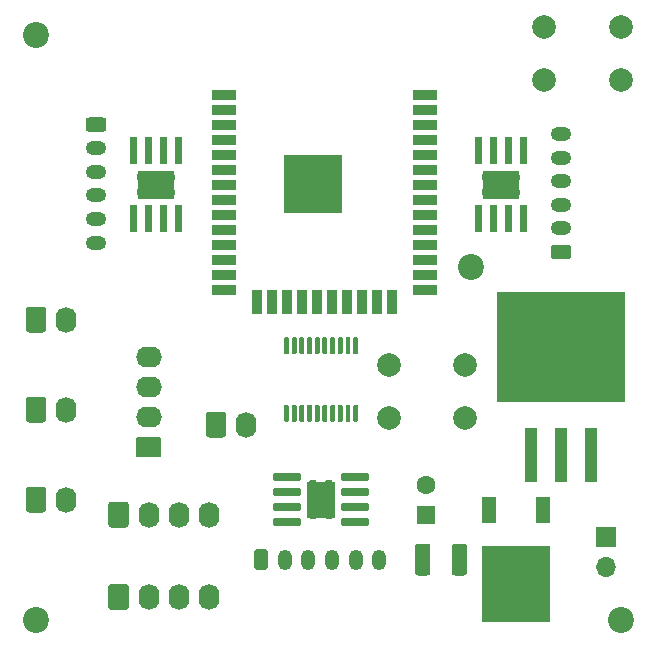
<source format=gbr>
%TF.GenerationSoftware,KiCad,Pcbnew,5.1.9+dfsg1-1*%
%TF.CreationDate,2021-08-08T23:21:56+02:00*%
%TF.ProjectId,holobot_esp32,686f6c6f-626f-4745-9f65-737033322e6b,rev?*%
%TF.SameCoordinates,Original*%
%TF.FileFunction,Soldermask,Top*%
%TF.FilePolarity,Negative*%
%FSLAX46Y46*%
G04 Gerber Fmt 4.6, Leading zero omitted, Abs format (unit mm)*
G04 Created by KiCad (PCBNEW 5.1.9+dfsg1-1) date 2021-08-08 23:21:56*
%MOMM*%
%LPD*%
G01*
G04 APERTURE LIST*
%ADD10C,2.200000*%
%ADD11R,1.200000X2.200000*%
%ADD12R,5.800000X6.400000*%
%ADD13O,1.740000X2.190000*%
%ADD14O,2.190000X1.740000*%
%ADD15R,1.700000X1.700000*%
%ADD16O,1.700000X1.700000*%
%ADD17O,1.750000X1.200000*%
%ADD18O,1.200000X1.750000*%
%ADD19C,2.000000*%
%ADD20R,5.000000X5.000000*%
%ADD21R,2.000000X0.900000*%
%ADD22R,0.900000X2.000000*%
%ADD23R,1.100000X4.600000*%
%ADD24R,10.800000X9.400000*%
%ADD25R,3.100000X2.400000*%
%ADD26C,0.770000*%
%ADD27R,2.400000X3.100000*%
%ADD28R,1.600000X1.600000*%
%ADD29C,1.600000*%
G04 APERTURE END LIST*
D10*
%TO.C, *%
X127000000Y-93345000D03*
%TD*%
%TO.C, *%
X90170000Y-73660000D03*
%TD*%
%TO.C,REF\u002A\u002A*%
X90170000Y-123190000D03*
%TD*%
%TO.C, *%
X139700000Y-123190000D03*
%TD*%
D11*
%TO.C,D1*%
X133090000Y-113910000D03*
X128530000Y-113910000D03*
D12*
X130810000Y-120210000D03*
%TD*%
D13*
%TO.C,I2C*%
X104775000Y-121285000D03*
X102235000Y-121285000D03*
X99695000Y-121285000D03*
G36*
G01*
X96285000Y-122130001D02*
X96285000Y-120439999D01*
G75*
G02*
X96534999Y-120190000I249999J0D01*
G01*
X97775001Y-120190000D01*
G75*
G02*
X98025000Y-120439999I0J-249999D01*
G01*
X98025000Y-122130001D01*
G75*
G02*
X97775001Y-122380000I-249999J0D01*
G01*
X96534999Y-122380000D01*
G75*
G02*
X96285000Y-122130001I0J249999D01*
G01*
G37*
%TD*%
%TO.C,I2C*%
G36*
G01*
X96285000Y-115145001D02*
X96285000Y-113454999D01*
G75*
G02*
X96534999Y-113205000I249999J0D01*
G01*
X97775001Y-113205000D01*
G75*
G02*
X98025000Y-113454999I0J-249999D01*
G01*
X98025000Y-115145001D01*
G75*
G02*
X97775001Y-115395000I-249999J0D01*
G01*
X96534999Y-115395000D01*
G75*
G02*
X96285000Y-115145001I0J249999D01*
G01*
G37*
X99695000Y-114300000D03*
X102235000Y-114300000D03*
X104775000Y-114300000D03*
%TD*%
%TO.C,UART*%
G36*
G01*
X100540001Y-109455000D02*
X98849999Y-109455000D01*
G75*
G02*
X98600000Y-109205001I0J249999D01*
G01*
X98600000Y-107964999D01*
G75*
G02*
X98849999Y-107715000I249999J0D01*
G01*
X100540001Y-107715000D01*
G75*
G02*
X100790000Y-107964999I0J-249999D01*
G01*
X100790000Y-109205001D01*
G75*
G02*
X100540001Y-109455000I-249999J0D01*
G01*
G37*
D14*
X99695000Y-106045000D03*
X99695000Y-103505000D03*
X99695000Y-100965000D03*
%TD*%
D13*
%TO.C,GPIO1*%
X92710000Y-97790000D03*
G36*
G01*
X89300000Y-98635001D02*
X89300000Y-96944999D01*
G75*
G02*
X89549999Y-96695000I249999J0D01*
G01*
X90790001Y-96695000D01*
G75*
G02*
X91040000Y-96944999I0J-249999D01*
G01*
X91040000Y-98635001D01*
G75*
G02*
X90790001Y-98885000I-249999J0D01*
G01*
X89549999Y-98885000D01*
G75*
G02*
X89300000Y-98635001I0J249999D01*
G01*
G37*
%TD*%
%TO.C,GPIO3*%
X92710000Y-113030000D03*
G36*
G01*
X89300000Y-113875001D02*
X89300000Y-112184999D01*
G75*
G02*
X89549999Y-111935000I249999J0D01*
G01*
X90790001Y-111935000D01*
G75*
G02*
X91040000Y-112184999I0J-249999D01*
G01*
X91040000Y-113875001D01*
G75*
G02*
X90790001Y-114125000I-249999J0D01*
G01*
X89549999Y-114125000D01*
G75*
G02*
X89300000Y-113875001I0J249999D01*
G01*
G37*
%TD*%
D15*
%TO.C,POWER*%
X138430000Y-116205000D03*
D16*
X138430000Y-118745000D03*
%TD*%
%TO.C,GPIO2*%
G36*
G01*
X89300000Y-106255001D02*
X89300000Y-104564999D01*
G75*
G02*
X89549999Y-104315000I249999J0D01*
G01*
X90790001Y-104315000D01*
G75*
G02*
X91040000Y-104564999I0J-249999D01*
G01*
X91040000Y-106255001D01*
G75*
G02*
X90790001Y-106505000I-249999J0D01*
G01*
X89549999Y-106505000D01*
G75*
G02*
X89300000Y-106255001I0J249999D01*
G01*
G37*
D13*
X92710000Y-105410000D03*
%TD*%
%TO.C,GPIO 4*%
G36*
G01*
X104540000Y-107525001D02*
X104540000Y-105834999D01*
G75*
G02*
X104789999Y-105585000I249999J0D01*
G01*
X106030001Y-105585000D01*
G75*
G02*
X106280000Y-105834999I0J-249999D01*
G01*
X106280000Y-107525001D01*
G75*
G02*
X106030001Y-107775000I-249999J0D01*
G01*
X104789999Y-107775000D01*
G75*
G02*
X104540000Y-107525001I0J249999D01*
G01*
G37*
X107950000Y-106680000D03*
%TD*%
%TO.C,MOTOR 1*%
G36*
G01*
X94624999Y-80680000D02*
X95875001Y-80680000D01*
G75*
G02*
X96125000Y-80929999I0J-249999D01*
G01*
X96125000Y-81630001D01*
G75*
G02*
X95875001Y-81880000I-249999J0D01*
G01*
X94624999Y-81880000D01*
G75*
G02*
X94375000Y-81630001I0J249999D01*
G01*
X94375000Y-80929999D01*
G75*
G02*
X94624999Y-80680000I249999J0D01*
G01*
G37*
D17*
X95250000Y-83280000D03*
X95250000Y-85280000D03*
X95250000Y-87280000D03*
X95250000Y-89280000D03*
X95250000Y-91280000D03*
%TD*%
%TO.C,MOTOR 3*%
X134620000Y-82075000D03*
X134620000Y-84075000D03*
X134620000Y-86075000D03*
X134620000Y-88075000D03*
X134620000Y-90075000D03*
G36*
G01*
X135245001Y-92675000D02*
X133994999Y-92675000D01*
G75*
G02*
X133745000Y-92425001I0J249999D01*
G01*
X133745000Y-91724999D01*
G75*
G02*
X133994999Y-91475000I249999J0D01*
G01*
X135245001Y-91475000D01*
G75*
G02*
X135495000Y-91724999I0J-249999D01*
G01*
X135495000Y-92425001D01*
G75*
G02*
X135245001Y-92675000I-249999J0D01*
G01*
G37*
%TD*%
%TO.C,MOTOR2*%
G36*
G01*
X108620000Y-118735001D02*
X108620000Y-117484999D01*
G75*
G02*
X108869999Y-117235000I249999J0D01*
G01*
X109570001Y-117235000D01*
G75*
G02*
X109820000Y-117484999I0J-249999D01*
G01*
X109820000Y-118735001D01*
G75*
G02*
X109570001Y-118985000I-249999J0D01*
G01*
X108869999Y-118985000D01*
G75*
G02*
X108620000Y-118735001I0J249999D01*
G01*
G37*
D18*
X111220000Y-118110000D03*
X113220000Y-118110000D03*
X115220000Y-118110000D03*
X117220000Y-118110000D03*
X119220000Y-118110000D03*
%TD*%
D19*
%TO.C,RESET*%
X139700000Y-73025000D03*
X139700000Y-77525000D03*
X133200000Y-73025000D03*
X133200000Y-77525000D03*
%TD*%
%TO.C,BOOT*%
X120015000Y-106100000D03*
X120015000Y-101600000D03*
X126515000Y-106100000D03*
X126515000Y-101600000D03*
%TD*%
D20*
%TO.C,U1*%
X113605001Y-86310001D03*
D21*
X106105001Y-78810001D03*
X106105001Y-80080001D03*
X106105001Y-81350001D03*
X106105001Y-82620001D03*
X106105001Y-83890001D03*
X106105001Y-85160001D03*
X106105001Y-86430001D03*
X106105001Y-87700001D03*
X106105001Y-88970001D03*
X106105001Y-90240001D03*
X106105001Y-91510001D03*
X106105001Y-92780001D03*
X106105001Y-94050001D03*
X106105001Y-95320001D03*
D22*
X108890001Y-96320001D03*
X110160001Y-96320001D03*
X111430001Y-96320001D03*
X112700001Y-96320001D03*
X113970001Y-96320001D03*
X115240001Y-96320001D03*
X116510001Y-96320001D03*
X117780001Y-96320001D03*
X119050001Y-96320001D03*
X120320001Y-96320001D03*
D21*
X123105001Y-95320001D03*
X123105001Y-94050001D03*
X123105001Y-92780001D03*
X123105001Y-91510001D03*
X123105001Y-90240001D03*
X123105001Y-88970001D03*
X123105001Y-87700001D03*
X123105001Y-86430001D03*
X123105001Y-85160001D03*
X123105001Y-83890001D03*
X123105001Y-82620001D03*
X123105001Y-81350001D03*
X123105001Y-80080001D03*
X123105001Y-78810001D03*
%TD*%
D23*
%TO.C,U2*%
X132080000Y-109280000D03*
X134620000Y-109280000D03*
X137160000Y-109280000D03*
D24*
X134620000Y-100130000D03*
%TD*%
%TO.C,U3*%
G36*
G01*
X117125000Y-99270000D02*
X117325000Y-99270000D01*
G75*
G02*
X117425000Y-99370000I0J-100000D01*
G01*
X117425000Y-100645000D01*
G75*
G02*
X117325000Y-100745000I-100000J0D01*
G01*
X117125000Y-100745000D01*
G75*
G02*
X117025000Y-100645000I0J100000D01*
G01*
X117025000Y-99370000D01*
G75*
G02*
X117125000Y-99270000I100000J0D01*
G01*
G37*
G36*
G01*
X116475000Y-99270000D02*
X116675000Y-99270000D01*
G75*
G02*
X116775000Y-99370000I0J-100000D01*
G01*
X116775000Y-100645000D01*
G75*
G02*
X116675000Y-100745000I-100000J0D01*
G01*
X116475000Y-100745000D01*
G75*
G02*
X116375000Y-100645000I0J100000D01*
G01*
X116375000Y-99370000D01*
G75*
G02*
X116475000Y-99270000I100000J0D01*
G01*
G37*
G36*
G01*
X115825000Y-99270000D02*
X116025000Y-99270000D01*
G75*
G02*
X116125000Y-99370000I0J-100000D01*
G01*
X116125000Y-100645000D01*
G75*
G02*
X116025000Y-100745000I-100000J0D01*
G01*
X115825000Y-100745000D01*
G75*
G02*
X115725000Y-100645000I0J100000D01*
G01*
X115725000Y-99370000D01*
G75*
G02*
X115825000Y-99270000I100000J0D01*
G01*
G37*
G36*
G01*
X115175000Y-99270000D02*
X115375000Y-99270000D01*
G75*
G02*
X115475000Y-99370000I0J-100000D01*
G01*
X115475000Y-100645000D01*
G75*
G02*
X115375000Y-100745000I-100000J0D01*
G01*
X115175000Y-100745000D01*
G75*
G02*
X115075000Y-100645000I0J100000D01*
G01*
X115075000Y-99370000D01*
G75*
G02*
X115175000Y-99270000I100000J0D01*
G01*
G37*
G36*
G01*
X114525000Y-99270000D02*
X114725000Y-99270000D01*
G75*
G02*
X114825000Y-99370000I0J-100000D01*
G01*
X114825000Y-100645000D01*
G75*
G02*
X114725000Y-100745000I-100000J0D01*
G01*
X114525000Y-100745000D01*
G75*
G02*
X114425000Y-100645000I0J100000D01*
G01*
X114425000Y-99370000D01*
G75*
G02*
X114525000Y-99270000I100000J0D01*
G01*
G37*
G36*
G01*
X113875000Y-99270000D02*
X114075000Y-99270000D01*
G75*
G02*
X114175000Y-99370000I0J-100000D01*
G01*
X114175000Y-100645000D01*
G75*
G02*
X114075000Y-100745000I-100000J0D01*
G01*
X113875000Y-100745000D01*
G75*
G02*
X113775000Y-100645000I0J100000D01*
G01*
X113775000Y-99370000D01*
G75*
G02*
X113875000Y-99270000I100000J0D01*
G01*
G37*
G36*
G01*
X113225000Y-99270000D02*
X113425000Y-99270000D01*
G75*
G02*
X113525000Y-99370000I0J-100000D01*
G01*
X113525000Y-100645000D01*
G75*
G02*
X113425000Y-100745000I-100000J0D01*
G01*
X113225000Y-100745000D01*
G75*
G02*
X113125000Y-100645000I0J100000D01*
G01*
X113125000Y-99370000D01*
G75*
G02*
X113225000Y-99270000I100000J0D01*
G01*
G37*
G36*
G01*
X112575000Y-99270000D02*
X112775000Y-99270000D01*
G75*
G02*
X112875000Y-99370000I0J-100000D01*
G01*
X112875000Y-100645000D01*
G75*
G02*
X112775000Y-100745000I-100000J0D01*
G01*
X112575000Y-100745000D01*
G75*
G02*
X112475000Y-100645000I0J100000D01*
G01*
X112475000Y-99370000D01*
G75*
G02*
X112575000Y-99270000I100000J0D01*
G01*
G37*
G36*
G01*
X111925000Y-99270000D02*
X112125000Y-99270000D01*
G75*
G02*
X112225000Y-99370000I0J-100000D01*
G01*
X112225000Y-100645000D01*
G75*
G02*
X112125000Y-100745000I-100000J0D01*
G01*
X111925000Y-100745000D01*
G75*
G02*
X111825000Y-100645000I0J100000D01*
G01*
X111825000Y-99370000D01*
G75*
G02*
X111925000Y-99270000I100000J0D01*
G01*
G37*
G36*
G01*
X111275000Y-99270000D02*
X111475000Y-99270000D01*
G75*
G02*
X111575000Y-99370000I0J-100000D01*
G01*
X111575000Y-100645000D01*
G75*
G02*
X111475000Y-100745000I-100000J0D01*
G01*
X111275000Y-100745000D01*
G75*
G02*
X111175000Y-100645000I0J100000D01*
G01*
X111175000Y-99370000D01*
G75*
G02*
X111275000Y-99270000I100000J0D01*
G01*
G37*
G36*
G01*
X111275000Y-104995000D02*
X111475000Y-104995000D01*
G75*
G02*
X111575000Y-105095000I0J-100000D01*
G01*
X111575000Y-106370000D01*
G75*
G02*
X111475000Y-106470000I-100000J0D01*
G01*
X111275000Y-106470000D01*
G75*
G02*
X111175000Y-106370000I0J100000D01*
G01*
X111175000Y-105095000D01*
G75*
G02*
X111275000Y-104995000I100000J0D01*
G01*
G37*
G36*
G01*
X111925000Y-104995000D02*
X112125000Y-104995000D01*
G75*
G02*
X112225000Y-105095000I0J-100000D01*
G01*
X112225000Y-106370000D01*
G75*
G02*
X112125000Y-106470000I-100000J0D01*
G01*
X111925000Y-106470000D01*
G75*
G02*
X111825000Y-106370000I0J100000D01*
G01*
X111825000Y-105095000D01*
G75*
G02*
X111925000Y-104995000I100000J0D01*
G01*
G37*
G36*
G01*
X112575000Y-104995000D02*
X112775000Y-104995000D01*
G75*
G02*
X112875000Y-105095000I0J-100000D01*
G01*
X112875000Y-106370000D01*
G75*
G02*
X112775000Y-106470000I-100000J0D01*
G01*
X112575000Y-106470000D01*
G75*
G02*
X112475000Y-106370000I0J100000D01*
G01*
X112475000Y-105095000D01*
G75*
G02*
X112575000Y-104995000I100000J0D01*
G01*
G37*
G36*
G01*
X113225000Y-104995000D02*
X113425000Y-104995000D01*
G75*
G02*
X113525000Y-105095000I0J-100000D01*
G01*
X113525000Y-106370000D01*
G75*
G02*
X113425000Y-106470000I-100000J0D01*
G01*
X113225000Y-106470000D01*
G75*
G02*
X113125000Y-106370000I0J100000D01*
G01*
X113125000Y-105095000D01*
G75*
G02*
X113225000Y-104995000I100000J0D01*
G01*
G37*
G36*
G01*
X113875000Y-104995000D02*
X114075000Y-104995000D01*
G75*
G02*
X114175000Y-105095000I0J-100000D01*
G01*
X114175000Y-106370000D01*
G75*
G02*
X114075000Y-106470000I-100000J0D01*
G01*
X113875000Y-106470000D01*
G75*
G02*
X113775000Y-106370000I0J100000D01*
G01*
X113775000Y-105095000D01*
G75*
G02*
X113875000Y-104995000I100000J0D01*
G01*
G37*
G36*
G01*
X114525000Y-104995000D02*
X114725000Y-104995000D01*
G75*
G02*
X114825000Y-105095000I0J-100000D01*
G01*
X114825000Y-106370000D01*
G75*
G02*
X114725000Y-106470000I-100000J0D01*
G01*
X114525000Y-106470000D01*
G75*
G02*
X114425000Y-106370000I0J100000D01*
G01*
X114425000Y-105095000D01*
G75*
G02*
X114525000Y-104995000I100000J0D01*
G01*
G37*
G36*
G01*
X115175000Y-104995000D02*
X115375000Y-104995000D01*
G75*
G02*
X115475000Y-105095000I0J-100000D01*
G01*
X115475000Y-106370000D01*
G75*
G02*
X115375000Y-106470000I-100000J0D01*
G01*
X115175000Y-106470000D01*
G75*
G02*
X115075000Y-106370000I0J100000D01*
G01*
X115075000Y-105095000D01*
G75*
G02*
X115175000Y-104995000I100000J0D01*
G01*
G37*
G36*
G01*
X115825000Y-104995000D02*
X116025000Y-104995000D01*
G75*
G02*
X116125000Y-105095000I0J-100000D01*
G01*
X116125000Y-106370000D01*
G75*
G02*
X116025000Y-106470000I-100000J0D01*
G01*
X115825000Y-106470000D01*
G75*
G02*
X115725000Y-106370000I0J100000D01*
G01*
X115725000Y-105095000D01*
G75*
G02*
X115825000Y-104995000I100000J0D01*
G01*
G37*
G36*
G01*
X116475000Y-104995000D02*
X116675000Y-104995000D01*
G75*
G02*
X116775000Y-105095000I0J-100000D01*
G01*
X116775000Y-106370000D01*
G75*
G02*
X116675000Y-106470000I-100000J0D01*
G01*
X116475000Y-106470000D01*
G75*
G02*
X116375000Y-106370000I0J100000D01*
G01*
X116375000Y-105095000D01*
G75*
G02*
X116475000Y-104995000I100000J0D01*
G01*
G37*
G36*
G01*
X117125000Y-104995000D02*
X117325000Y-104995000D01*
G75*
G02*
X117425000Y-105095000I0J-100000D01*
G01*
X117425000Y-106370000D01*
G75*
G02*
X117325000Y-106470000I-100000J0D01*
G01*
X117125000Y-106470000D01*
G75*
G02*
X117025000Y-106370000I0J100000D01*
G01*
X117025000Y-105095000D01*
G75*
G02*
X117125000Y-104995000I100000J0D01*
G01*
G37*
%TD*%
D25*
%TO.C,U4*%
X100330000Y-86360000D03*
G36*
G01*
X98675000Y-90405000D02*
X98175000Y-90405000D01*
G75*
G02*
X98105000Y-90335000I0J70000D01*
G01*
X98105000Y-88135000D01*
G75*
G02*
X98175000Y-88065000I70000J0D01*
G01*
X98675000Y-88065000D01*
G75*
G02*
X98745000Y-88135000I0J-70000D01*
G01*
X98745000Y-90335000D01*
G75*
G02*
X98675000Y-90405000I-70000J0D01*
G01*
G37*
G36*
G01*
X99945000Y-90405000D02*
X99445000Y-90405000D01*
G75*
G02*
X99375000Y-90335000I0J70000D01*
G01*
X99375000Y-88135000D01*
G75*
G02*
X99445000Y-88065000I70000J0D01*
G01*
X99945000Y-88065000D01*
G75*
G02*
X100015000Y-88135000I0J-70000D01*
G01*
X100015000Y-90335000D01*
G75*
G02*
X99945000Y-90405000I-70000J0D01*
G01*
G37*
G36*
G01*
X101215000Y-90405000D02*
X100715000Y-90405000D01*
G75*
G02*
X100645000Y-90335000I0J70000D01*
G01*
X100645000Y-88135000D01*
G75*
G02*
X100715000Y-88065000I70000J0D01*
G01*
X101215000Y-88065000D01*
G75*
G02*
X101285000Y-88135000I0J-70000D01*
G01*
X101285000Y-90335000D01*
G75*
G02*
X101215000Y-90405000I-70000J0D01*
G01*
G37*
G36*
G01*
X102485000Y-90405000D02*
X101985000Y-90405000D01*
G75*
G02*
X101915000Y-90335000I0J70000D01*
G01*
X101915000Y-88135000D01*
G75*
G02*
X101985000Y-88065000I70000J0D01*
G01*
X102485000Y-88065000D01*
G75*
G02*
X102555000Y-88135000I0J-70000D01*
G01*
X102555000Y-90335000D01*
G75*
G02*
X102485000Y-90405000I-70000J0D01*
G01*
G37*
G36*
G01*
X102485000Y-84655000D02*
X101985000Y-84655000D01*
G75*
G02*
X101915000Y-84585000I0J70000D01*
G01*
X101915000Y-82385000D01*
G75*
G02*
X101985000Y-82315000I70000J0D01*
G01*
X102485000Y-82315000D01*
G75*
G02*
X102555000Y-82385000I0J-70000D01*
G01*
X102555000Y-84585000D01*
G75*
G02*
X102485000Y-84655000I-70000J0D01*
G01*
G37*
G36*
G01*
X101215000Y-84655000D02*
X100715000Y-84655000D01*
G75*
G02*
X100645000Y-84585000I0J70000D01*
G01*
X100645000Y-82385000D01*
G75*
G02*
X100715000Y-82315000I70000J0D01*
G01*
X101215000Y-82315000D01*
G75*
G02*
X101285000Y-82385000I0J-70000D01*
G01*
X101285000Y-84585000D01*
G75*
G02*
X101215000Y-84655000I-70000J0D01*
G01*
G37*
G36*
G01*
X99945000Y-84655000D02*
X99445000Y-84655000D01*
G75*
G02*
X99375000Y-84585000I0J70000D01*
G01*
X99375000Y-82385000D01*
G75*
G02*
X99445000Y-82315000I70000J0D01*
G01*
X99945000Y-82315000D01*
G75*
G02*
X100015000Y-82385000I0J-70000D01*
G01*
X100015000Y-84585000D01*
G75*
G02*
X99945000Y-84655000I-70000J0D01*
G01*
G37*
G36*
G01*
X98675000Y-84655000D02*
X98175000Y-84655000D01*
G75*
G02*
X98105000Y-84585000I0J70000D01*
G01*
X98105000Y-82385000D01*
G75*
G02*
X98175000Y-82315000I70000J0D01*
G01*
X98675000Y-82315000D01*
G75*
G02*
X98745000Y-82385000I0J-70000D01*
G01*
X98745000Y-84585000D01*
G75*
G02*
X98675000Y-84655000I-70000J0D01*
G01*
G37*
D26*
X99030000Y-87010000D03*
X100330000Y-87010000D03*
X100330000Y-85710000D03*
X99030000Y-85710000D03*
X101630000Y-87010000D03*
X101630000Y-85710000D03*
%TD*%
%TO.C,U5*%
X128240000Y-87010000D03*
X128240000Y-85710000D03*
X130840000Y-87010000D03*
X129540000Y-87010000D03*
X129540000Y-85710000D03*
X130840000Y-85710000D03*
G36*
G01*
X131195000Y-88065000D02*
X131695000Y-88065000D01*
G75*
G02*
X131765000Y-88135000I0J-70000D01*
G01*
X131765000Y-90335000D01*
G75*
G02*
X131695000Y-90405000I-70000J0D01*
G01*
X131195000Y-90405000D01*
G75*
G02*
X131125000Y-90335000I0J70000D01*
G01*
X131125000Y-88135000D01*
G75*
G02*
X131195000Y-88065000I70000J0D01*
G01*
G37*
G36*
G01*
X129925000Y-88065000D02*
X130425000Y-88065000D01*
G75*
G02*
X130495000Y-88135000I0J-70000D01*
G01*
X130495000Y-90335000D01*
G75*
G02*
X130425000Y-90405000I-70000J0D01*
G01*
X129925000Y-90405000D01*
G75*
G02*
X129855000Y-90335000I0J70000D01*
G01*
X129855000Y-88135000D01*
G75*
G02*
X129925000Y-88065000I70000J0D01*
G01*
G37*
G36*
G01*
X128655000Y-88065000D02*
X129155000Y-88065000D01*
G75*
G02*
X129225000Y-88135000I0J-70000D01*
G01*
X129225000Y-90335000D01*
G75*
G02*
X129155000Y-90405000I-70000J0D01*
G01*
X128655000Y-90405000D01*
G75*
G02*
X128585000Y-90335000I0J70000D01*
G01*
X128585000Y-88135000D01*
G75*
G02*
X128655000Y-88065000I70000J0D01*
G01*
G37*
G36*
G01*
X127385000Y-88065000D02*
X127885000Y-88065000D01*
G75*
G02*
X127955000Y-88135000I0J-70000D01*
G01*
X127955000Y-90335000D01*
G75*
G02*
X127885000Y-90405000I-70000J0D01*
G01*
X127385000Y-90405000D01*
G75*
G02*
X127315000Y-90335000I0J70000D01*
G01*
X127315000Y-88135000D01*
G75*
G02*
X127385000Y-88065000I70000J0D01*
G01*
G37*
G36*
G01*
X127385000Y-82315000D02*
X127885000Y-82315000D01*
G75*
G02*
X127955000Y-82385000I0J-70000D01*
G01*
X127955000Y-84585000D01*
G75*
G02*
X127885000Y-84655000I-70000J0D01*
G01*
X127385000Y-84655000D01*
G75*
G02*
X127315000Y-84585000I0J70000D01*
G01*
X127315000Y-82385000D01*
G75*
G02*
X127385000Y-82315000I70000J0D01*
G01*
G37*
G36*
G01*
X128655000Y-82315000D02*
X129155000Y-82315000D01*
G75*
G02*
X129225000Y-82385000I0J-70000D01*
G01*
X129225000Y-84585000D01*
G75*
G02*
X129155000Y-84655000I-70000J0D01*
G01*
X128655000Y-84655000D01*
G75*
G02*
X128585000Y-84585000I0J70000D01*
G01*
X128585000Y-82385000D01*
G75*
G02*
X128655000Y-82315000I70000J0D01*
G01*
G37*
G36*
G01*
X129925000Y-82315000D02*
X130425000Y-82315000D01*
G75*
G02*
X130495000Y-82385000I0J-70000D01*
G01*
X130495000Y-84585000D01*
G75*
G02*
X130425000Y-84655000I-70000J0D01*
G01*
X129925000Y-84655000D01*
G75*
G02*
X129855000Y-84585000I0J70000D01*
G01*
X129855000Y-82385000D01*
G75*
G02*
X129925000Y-82315000I70000J0D01*
G01*
G37*
G36*
G01*
X131195000Y-82315000D02*
X131695000Y-82315000D01*
G75*
G02*
X131765000Y-82385000I0J-70000D01*
G01*
X131765000Y-84585000D01*
G75*
G02*
X131695000Y-84655000I-70000J0D01*
G01*
X131195000Y-84655000D01*
G75*
G02*
X131125000Y-84585000I0J70000D01*
G01*
X131125000Y-82385000D01*
G75*
G02*
X131195000Y-82315000I70000J0D01*
G01*
G37*
D25*
X129540000Y-86360000D03*
%TD*%
D27*
%TO.C,U6*%
X114300000Y-113030000D03*
G36*
G01*
X110255000Y-111375000D02*
X110255000Y-110875000D01*
G75*
G02*
X110325000Y-110805000I70000J0D01*
G01*
X112525000Y-110805000D01*
G75*
G02*
X112595000Y-110875000I0J-70000D01*
G01*
X112595000Y-111375000D01*
G75*
G02*
X112525000Y-111445000I-70000J0D01*
G01*
X110325000Y-111445000D01*
G75*
G02*
X110255000Y-111375000I0J70000D01*
G01*
G37*
G36*
G01*
X110255000Y-112645000D02*
X110255000Y-112145000D01*
G75*
G02*
X110325000Y-112075000I70000J0D01*
G01*
X112525000Y-112075000D01*
G75*
G02*
X112595000Y-112145000I0J-70000D01*
G01*
X112595000Y-112645000D01*
G75*
G02*
X112525000Y-112715000I-70000J0D01*
G01*
X110325000Y-112715000D01*
G75*
G02*
X110255000Y-112645000I0J70000D01*
G01*
G37*
G36*
G01*
X110255000Y-113915000D02*
X110255000Y-113415000D01*
G75*
G02*
X110325000Y-113345000I70000J0D01*
G01*
X112525000Y-113345000D01*
G75*
G02*
X112595000Y-113415000I0J-70000D01*
G01*
X112595000Y-113915000D01*
G75*
G02*
X112525000Y-113985000I-70000J0D01*
G01*
X110325000Y-113985000D01*
G75*
G02*
X110255000Y-113915000I0J70000D01*
G01*
G37*
G36*
G01*
X110255000Y-115185000D02*
X110255000Y-114685000D01*
G75*
G02*
X110325000Y-114615000I70000J0D01*
G01*
X112525000Y-114615000D01*
G75*
G02*
X112595000Y-114685000I0J-70000D01*
G01*
X112595000Y-115185000D01*
G75*
G02*
X112525000Y-115255000I-70000J0D01*
G01*
X110325000Y-115255000D01*
G75*
G02*
X110255000Y-115185000I0J70000D01*
G01*
G37*
G36*
G01*
X116005000Y-115185000D02*
X116005000Y-114685000D01*
G75*
G02*
X116075000Y-114615000I70000J0D01*
G01*
X118275000Y-114615000D01*
G75*
G02*
X118345000Y-114685000I0J-70000D01*
G01*
X118345000Y-115185000D01*
G75*
G02*
X118275000Y-115255000I-70000J0D01*
G01*
X116075000Y-115255000D01*
G75*
G02*
X116005000Y-115185000I0J70000D01*
G01*
G37*
G36*
G01*
X116005000Y-113915000D02*
X116005000Y-113415000D01*
G75*
G02*
X116075000Y-113345000I70000J0D01*
G01*
X118275000Y-113345000D01*
G75*
G02*
X118345000Y-113415000I0J-70000D01*
G01*
X118345000Y-113915000D01*
G75*
G02*
X118275000Y-113985000I-70000J0D01*
G01*
X116075000Y-113985000D01*
G75*
G02*
X116005000Y-113915000I0J70000D01*
G01*
G37*
G36*
G01*
X116005000Y-112645000D02*
X116005000Y-112145000D01*
G75*
G02*
X116075000Y-112075000I70000J0D01*
G01*
X118275000Y-112075000D01*
G75*
G02*
X118345000Y-112145000I0J-70000D01*
G01*
X118345000Y-112645000D01*
G75*
G02*
X118275000Y-112715000I-70000J0D01*
G01*
X116075000Y-112715000D01*
G75*
G02*
X116005000Y-112645000I0J70000D01*
G01*
G37*
G36*
G01*
X116005000Y-111375000D02*
X116005000Y-110875000D01*
G75*
G02*
X116075000Y-110805000I70000J0D01*
G01*
X118275000Y-110805000D01*
G75*
G02*
X118345000Y-110875000I0J-70000D01*
G01*
X118345000Y-111375000D01*
G75*
G02*
X118275000Y-111445000I-70000J0D01*
G01*
X116075000Y-111445000D01*
G75*
G02*
X116005000Y-111375000I0J70000D01*
G01*
G37*
D26*
X113650000Y-111730000D03*
X113650000Y-113030000D03*
X114950000Y-113030000D03*
X114950000Y-111730000D03*
X113650000Y-114330000D03*
X114950000Y-114330000D03*
%TD*%
D28*
%TO.C,C1*%
X123190000Y-114300000D03*
D29*
X123190000Y-111800000D03*
%TD*%
%TO.C,C2*%
G36*
G01*
X126685000Y-117009999D02*
X126685000Y-119210001D01*
G75*
G02*
X126435001Y-119460000I-249999J0D01*
G01*
X125609999Y-119460000D01*
G75*
G02*
X125360000Y-119210001I0J249999D01*
G01*
X125360000Y-117009999D01*
G75*
G02*
X125609999Y-116760000I249999J0D01*
G01*
X126435001Y-116760000D01*
G75*
G02*
X126685000Y-117009999I0J-249999D01*
G01*
G37*
G36*
G01*
X123560000Y-117009999D02*
X123560000Y-119210001D01*
G75*
G02*
X123310001Y-119460000I-249999J0D01*
G01*
X122484999Y-119460000D01*
G75*
G02*
X122235000Y-119210001I0J249999D01*
G01*
X122235000Y-117009999D01*
G75*
G02*
X122484999Y-116760000I249999J0D01*
G01*
X123310001Y-116760000D01*
G75*
G02*
X123560000Y-117009999I0J-249999D01*
G01*
G37*
%TD*%
M02*

</source>
